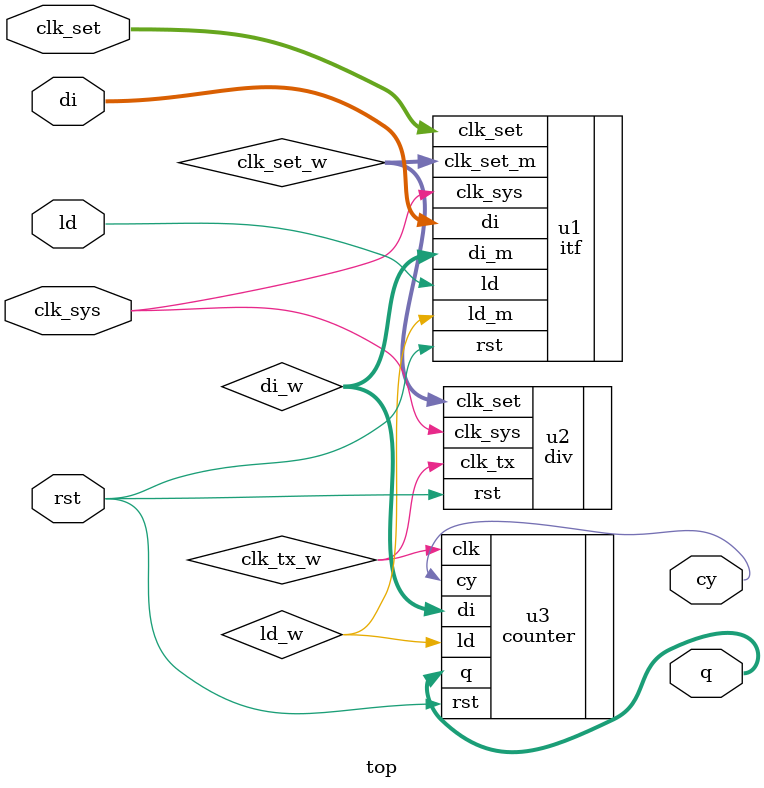
<source format=v>
`timescale 1ns/1ns
module top(clk_sys,rst,ld,di,clk_set,q,cy);
input clk_sys;
input rst;
input ld;
input[3:0] di;
input[1:0] clk_set;
output[3:0] q;
output cy;
//---------------------------------------------------
wire clk_tx_w;
wire ld_w;
wire[1:0] clk_set_w;
wire[3:0] di_w;
//---------------------------------------------------
itf u1
(
.clk_sys(clk_sys)      ,
.rst(rst)              ,
.ld(ld)                ,
.di(di)                ,
.clk_set(clk_set)      ,
.ld_m(ld_w)            ,
.di_m(di_w)            ,
.clk_set_m(clk_set_w)
);
//---------------------------------------------------
div u2
(.clk_sys(clk_sys)     ,
 .rst(rst)             ,
 .clk_set(clk_set_w)   ,
 .clk_tx(clk_tx_w)
);
//---------------------------------------------------
counter u3
(.clk(clk_tx_w)        ,
 .rst(rst)             ,
 .ld(ld_w)             ,
 .di(di_w)             ,
 .q(q)                 ,
 .cy(cy)
);
//---------------------------------------------------
endmodule 
</source>
